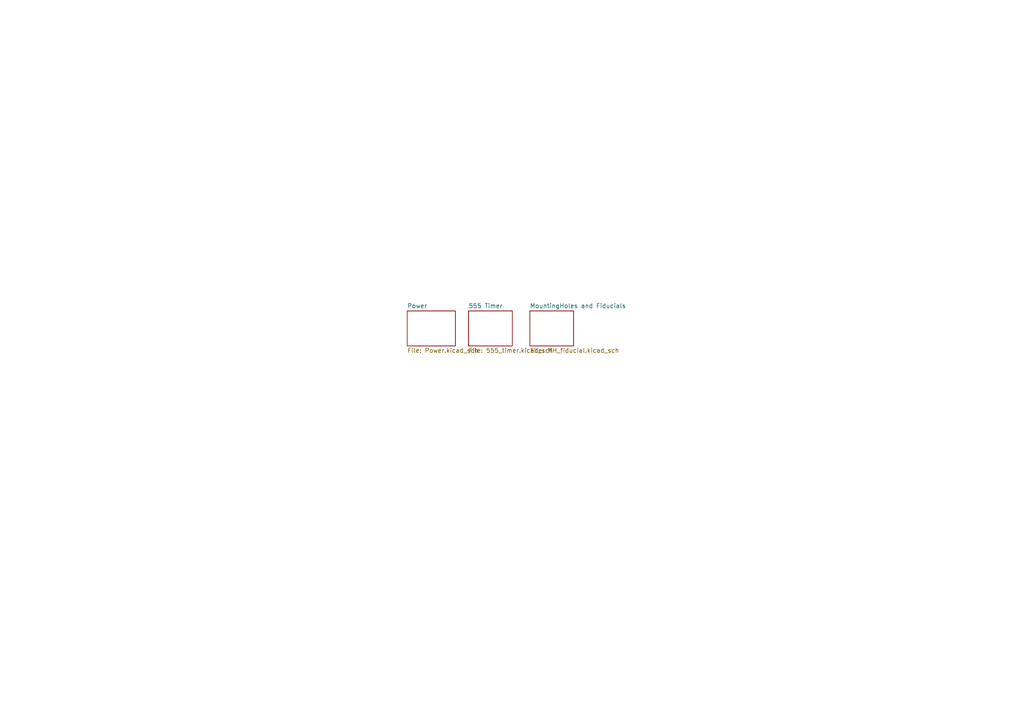
<source format=kicad_sch>
(kicad_sch
	(version 20250114)
	(generator "eeschema")
	(generator_version "9.0")
	(uuid "9cca76a5-575b-45ca-a9fa-2933e5bee66a")
	(paper "A4")
	(title_block
		(title "555 Astable Microvibrator")
		(rev "v1.0")
		(company "OCA")
		(comment 1 "Test project")
	)
	(lib_symbols)
	(sheet
		(at 153.67 90.17)
		(size 12.7 10.16)
		(exclude_from_sim no)
		(in_bom yes)
		(on_board yes)
		(dnp no)
		(fields_autoplaced yes)
		(stroke
			(width 0.1524)
			(type solid)
		)
		(fill
			(color 0 0 0 0.0000)
		)
		(uuid "21218f1f-c87f-4541-a493-8455f521fff5")
		(property "Sheetname" "MountingHoles and Fiducials"
			(at 153.67 89.4584 0)
			(effects
				(font
					(size 1.27 1.27)
				)
				(justify left bottom)
			)
		)
		(property "Sheetfile" "MH_fiducial.kicad_sch"
			(at 153.67 100.9146 0)
			(effects
				(font
					(size 1.27 1.27)
				)
				(justify left top)
			)
		)
		(instances
			(project "tut_1"
				(path "/9cca76a5-575b-45ca-a9fa-2933e5bee66a"
					(page "4")
				)
			)
		)
	)
	(sheet
		(at 135.89 90.17)
		(size 12.7 10.16)
		(exclude_from_sim no)
		(in_bom yes)
		(on_board yes)
		(dnp no)
		(fields_autoplaced yes)
		(stroke
			(width 0.1524)
			(type solid)
		)
		(fill
			(color 0 0 0 0.0000)
		)
		(uuid "219b48ac-12e8-44cf-ba34-e7ae3e4ec25b")
		(property "Sheetname" "555 Timer"
			(at 135.89 89.4584 0)
			(effects
				(font
					(size 1.27 1.27)
				)
				(justify left bottom)
			)
		)
		(property "Sheetfile" "555_timer.kicad_sch"
			(at 135.89 100.9146 0)
			(effects
				(font
					(size 1.27 1.27)
				)
				(justify left top)
			)
		)
		(instances
			(project "tut_1"
				(path "/9cca76a5-575b-45ca-a9fa-2933e5bee66a"
					(page "2")
				)
			)
		)
	)
	(sheet
		(at 118.11 90.17)
		(size 13.97 10.16)
		(exclude_from_sim no)
		(in_bom yes)
		(on_board yes)
		(dnp no)
		(fields_autoplaced yes)
		(stroke
			(width 0.1524)
			(type solid)
		)
		(fill
			(color 0 0 0 0.0000)
		)
		(uuid "4f02986c-f78a-404d-8239-bf7355fff646")
		(property "Sheetname" "Power"
			(at 118.11 89.4584 0)
			(effects
				(font
					(size 1.27 1.27)
				)
				(justify left bottom)
			)
		)
		(property "Sheetfile" "Power.kicad_sch"
			(at 118.11 100.9146 0)
			(effects
				(font
					(size 1.27 1.27)
				)
				(justify left top)
			)
		)
		(instances
			(project "tut_1"
				(path "/9cca76a5-575b-45ca-a9fa-2933e5bee66a"
					(page "3")
				)
			)
		)
	)
	(sheet_instances
		(path "/"
			(page "1")
		)
	)
	(embedded_fonts no)
)

</source>
